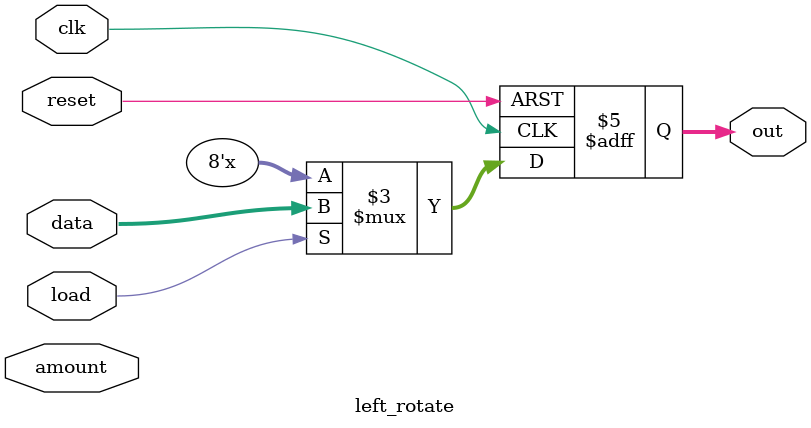
<source format=v>
module left_rotate(clk,reset,amount,data,load,out);
input clk,reset;
input [2:0] amount;
input [7:0] data;
input load;
output reg [7:0] out;
// when load is high, load data to out
// otherwise rotate the out register followed by left shift the out register by amount bits
always@(posedge clk, posedge reset)
begin
if(reset)
out<=0;
else if(load)
out<=data;
else
out<={data[7:0],data[15:8]};
end
endmodule

</source>
